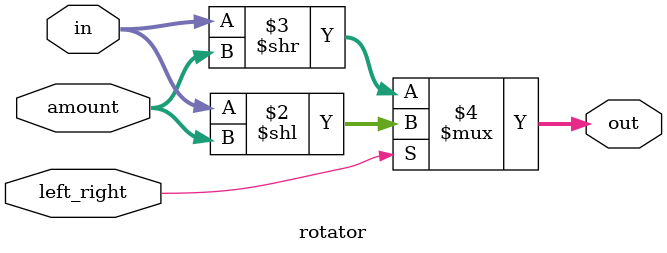
<source format=v>
module rotator(in, out, left_right, amount);
	input [15:0] in;
	input [3:0] amount;
	input left_right;
	output reg [15:0] out;
	
	always @ *
		out <= left_right ? in << amount : in >> amount;
		
endmodule

</source>
